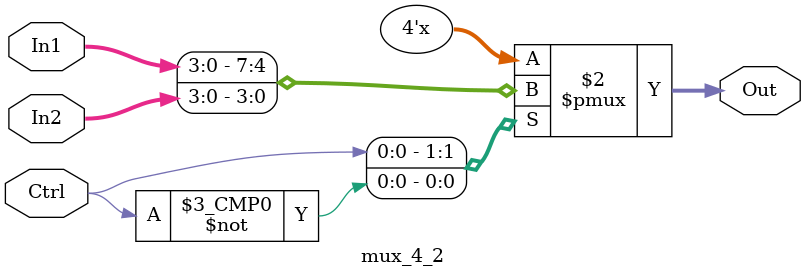
<source format=v>
`timescale 1ns / 1ps

module mux_4_2(
	input wire[3:0] In1,
	input wire[3:0] In2,
	input wire Ctrl,
	output reg[3:0] Out
	);

	always @(*) begin
		case (Ctrl)
			1: Out <= In1;
			0: Out <= In2;
		endcase
	end

endmodule

</source>
